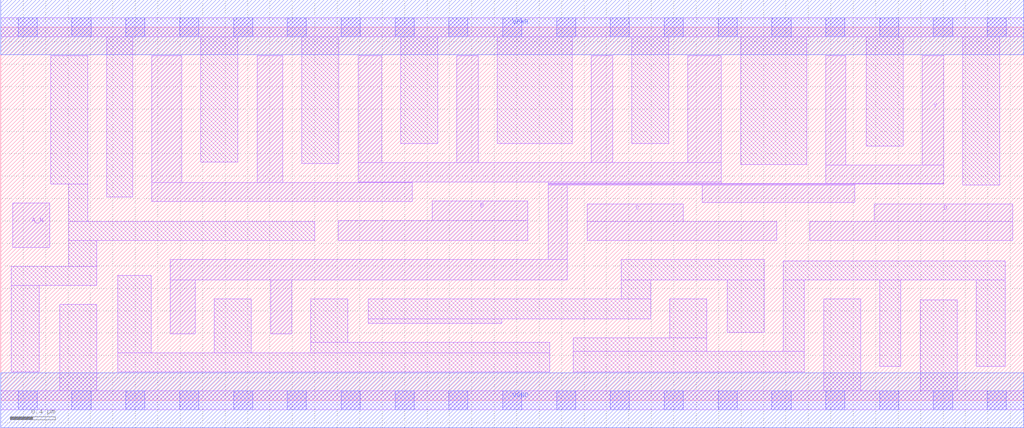
<source format=lef>
# Copyright 2020 The SkyWater PDK Authors
#
# Licensed under the Apache License, Version 2.0 (the "License");
# you may not use this file except in compliance with the License.
# You may obtain a copy of the License at
#
#     https://www.apache.org/licenses/LICENSE-2.0
#
# Unless required by applicable law or agreed to in writing, software
# distributed under the License is distributed on an "AS IS" BASIS,
# WITHOUT WARRANTIES OR CONDITIONS OF ANY KIND, either express or implied.
# See the License for the specific language governing permissions and
# limitations under the License.
#
# SPDX-License-Identifier: Apache-2.0

VERSION 5.7 ;
  NOWIREEXTENSIONATPIN ON ;
  DIVIDERCHAR "/" ;
  BUSBITCHARS "[]" ;
UNITS
  DATABASE MICRONS 200 ;
END UNITS
MACRO sky130_fd_sc_lp__nand4b_4
  CLASS CORE ;
  FOREIGN sky130_fd_sc_lp__nand4b_4 ;
  ORIGIN  0.000000  0.000000 ;
  SIZE  9.120000 BY  3.330000 ;
  SYMMETRY X Y R90 ;
  SITE unit ;
  PIN A_N
    ANTENNAGATEAREA  0.315000 ;
    DIRECTION INPUT ;
    USE SIGNAL ;
    PORT
      LAYER li1 ;
        RECT 0.105000 1.365000 0.435000 1.760000 ;
    END
  END A_N
  PIN B
    ANTENNAGATEAREA  1.260000 ;
    DIRECTION INPUT ;
    USE SIGNAL ;
    PORT
      LAYER li1 ;
        RECT 3.010000 1.425000 4.700000 1.605000 ;
        RECT 3.845000 1.605000 4.700000 1.780000 ;
    END
  END B
  PIN C
    ANTENNAGATEAREA  1.260000 ;
    DIRECTION INPUT ;
    USE SIGNAL ;
    PORT
      LAYER li1 ;
        RECT 5.230000 1.425000 6.920000 1.595000 ;
        RECT 5.230000 1.595000 6.085000 1.750000 ;
    END
  END C
  PIN D
    ANTENNAGATEAREA  1.260000 ;
    DIRECTION INPUT ;
    USE SIGNAL ;
    PORT
      LAYER li1 ;
        RECT 7.210000 1.425000 9.020000 1.595000 ;
        RECT 7.785000 1.595000 9.020000 1.750000 ;
    END
  END D
  PIN Y
    ANTENNADIFFAREA  3.292800 ;
    DIRECTION OUTPUT ;
    USE SIGNAL ;
    PORT
      LAYER li1 ;
        RECT 1.345000 1.775000 3.670000 1.945000 ;
        RECT 1.345000 1.945000 1.615000 3.075000 ;
        RECT 1.510000 0.595000 1.735000 1.075000 ;
        RECT 1.510000 1.075000 5.050000 1.255000 ;
        RECT 2.285000 1.945000 2.515000 3.075000 ;
        RECT 2.405000 0.595000 2.595000 1.075000 ;
        RECT 3.185000 1.945000 3.670000 1.950000 ;
        RECT 3.185000 1.950000 6.425000 2.120000 ;
        RECT 3.185000 2.120000 3.395000 3.075000 ;
        RECT 4.065000 2.120000 4.255000 3.075000 ;
        RECT 4.880000 1.255000 5.050000 1.920000 ;
        RECT 4.880000 1.920000 7.615000 1.930000 ;
        RECT 4.880000 1.930000 8.405000 1.935000 ;
        RECT 4.880000 1.935000 6.425000 1.950000 ;
        RECT 5.265000 2.120000 5.455000 3.075000 ;
        RECT 6.125000 2.120000 6.425000 3.075000 ;
        RECT 6.255000 1.765000 7.615000 1.920000 ;
        RECT 7.355000 1.935000 8.405000 2.100000 ;
        RECT 7.355000 2.100000 7.535000 3.075000 ;
        RECT 8.215000 2.100000 8.405000 3.075000 ;
    END
  END Y
  PIN VGND
    DIRECTION INOUT ;
    USE GROUND ;
    PORT
      LAYER met1 ;
        RECT 0.000000 -0.245000 9.120000 0.245000 ;
    END
  END VGND
  PIN VPWR
    DIRECTION INOUT ;
    USE POWER ;
    PORT
      LAYER met1 ;
        RECT 0.000000 3.085000 9.120000 3.575000 ;
    END
  END VPWR
  OBS
    LAYER li1 ;
      RECT 0.000000 -0.085000 9.120000 0.085000 ;
      RECT 0.000000  3.245000 9.120000 3.415000 ;
      RECT 0.095000  0.255000 0.345000 1.025000 ;
      RECT 0.095000  1.025000 0.855000 1.195000 ;
      RECT 0.445000  1.930000 0.775000 3.075000 ;
      RECT 0.525000  0.085000 0.855000 0.855000 ;
      RECT 0.605000  1.195000 0.855000 1.425000 ;
      RECT 0.605000  1.425000 2.800000 1.595000 ;
      RECT 0.605000  1.595000 0.775000 1.930000 ;
      RECT 0.945000  1.815000 1.175000 3.245000 ;
      RECT 1.045000  0.255000 4.895000 0.425000 ;
      RECT 1.045000  0.425000 1.340000 1.115000 ;
      RECT 1.785000  2.125000 2.115000 3.245000 ;
      RECT 1.905000  0.425000 2.235000 0.905000 ;
      RECT 2.685000  2.115000 3.015000 3.245000 ;
      RECT 2.765000  0.425000 4.895000 0.515000 ;
      RECT 2.765000  0.515000 3.095000 0.905000 ;
      RECT 3.275000  0.685000 4.465000 0.725000 ;
      RECT 3.275000  0.725000 5.795000 0.905000 ;
      RECT 3.565000  2.290000 3.895000 3.245000 ;
      RECT 4.425000  2.290000 5.095000 3.245000 ;
      RECT 5.105000  0.255000 7.165000 0.435000 ;
      RECT 5.105000  0.435000 6.295000 0.555000 ;
      RECT 5.530000  0.905000 5.795000 1.075000 ;
      RECT 5.530000  1.075000 6.805000 1.255000 ;
      RECT 5.625000  2.290000 5.955000 3.245000 ;
      RECT 5.965000  0.555000 6.295000 0.905000 ;
      RECT 6.475000  0.605000 6.805000 1.075000 ;
      RECT 6.595000  2.105000 7.185000 3.245000 ;
      RECT 6.975000  0.435000 7.165000 1.075000 ;
      RECT 6.975000  1.075000 8.955000 1.245000 ;
      RECT 7.335000  0.085000 7.665000 0.905000 ;
      RECT 7.715000  2.270000 8.045000 3.245000 ;
      RECT 7.835000  0.305000 8.025000 1.075000 ;
      RECT 8.195000  0.085000 8.525000 0.895000 ;
      RECT 8.575000  1.920000 8.905000 3.245000 ;
      RECT 8.695000  0.305000 8.955000 1.075000 ;
    LAYER mcon ;
      RECT 0.155000 -0.085000 0.325000 0.085000 ;
      RECT 0.155000  3.245000 0.325000 3.415000 ;
      RECT 0.635000 -0.085000 0.805000 0.085000 ;
      RECT 0.635000  3.245000 0.805000 3.415000 ;
      RECT 1.115000 -0.085000 1.285000 0.085000 ;
      RECT 1.115000  3.245000 1.285000 3.415000 ;
      RECT 1.595000 -0.085000 1.765000 0.085000 ;
      RECT 1.595000  3.245000 1.765000 3.415000 ;
      RECT 2.075000 -0.085000 2.245000 0.085000 ;
      RECT 2.075000  3.245000 2.245000 3.415000 ;
      RECT 2.555000 -0.085000 2.725000 0.085000 ;
      RECT 2.555000  3.245000 2.725000 3.415000 ;
      RECT 3.035000 -0.085000 3.205000 0.085000 ;
      RECT 3.035000  3.245000 3.205000 3.415000 ;
      RECT 3.515000 -0.085000 3.685000 0.085000 ;
      RECT 3.515000  3.245000 3.685000 3.415000 ;
      RECT 3.995000 -0.085000 4.165000 0.085000 ;
      RECT 3.995000  3.245000 4.165000 3.415000 ;
      RECT 4.475000 -0.085000 4.645000 0.085000 ;
      RECT 4.475000  3.245000 4.645000 3.415000 ;
      RECT 4.955000 -0.085000 5.125000 0.085000 ;
      RECT 4.955000  3.245000 5.125000 3.415000 ;
      RECT 5.435000 -0.085000 5.605000 0.085000 ;
      RECT 5.435000  3.245000 5.605000 3.415000 ;
      RECT 5.915000 -0.085000 6.085000 0.085000 ;
      RECT 5.915000  3.245000 6.085000 3.415000 ;
      RECT 6.395000 -0.085000 6.565000 0.085000 ;
      RECT 6.395000  3.245000 6.565000 3.415000 ;
      RECT 6.875000 -0.085000 7.045000 0.085000 ;
      RECT 6.875000  3.245000 7.045000 3.415000 ;
      RECT 7.355000 -0.085000 7.525000 0.085000 ;
      RECT 7.355000  3.245000 7.525000 3.415000 ;
      RECT 7.835000 -0.085000 8.005000 0.085000 ;
      RECT 7.835000  3.245000 8.005000 3.415000 ;
      RECT 8.315000 -0.085000 8.485000 0.085000 ;
      RECT 8.315000  3.245000 8.485000 3.415000 ;
      RECT 8.795000 -0.085000 8.965000 0.085000 ;
      RECT 8.795000  3.245000 8.965000 3.415000 ;
  END
END sky130_fd_sc_lp__nand4b_4
END LIBRARY

</source>
